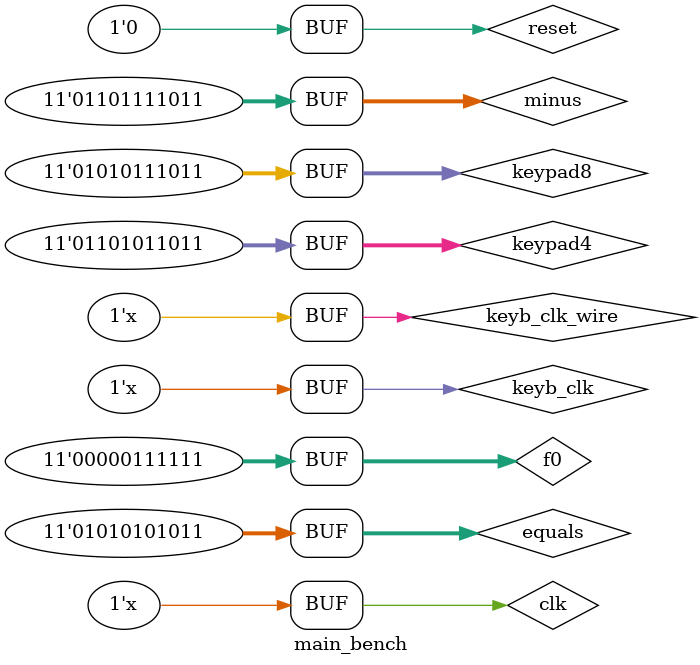
<source format=v>
module main_bench;

reg clk;
reg keyb_clk;
reg keyb_data;
reg [10:0] keypad8; //πλήκτρο keypad8
reg [10:0] keypad4; //πλήκτρο keypad4
reg [10:0] f0;
reg [10:0] minus; //πλήκτρο keypad -
reg [10:0] equals; //πλήκτρο =
reg reset;
wire[6:0] hex7;
wire[6:0] hex6;
wire[6:0] hex5;
wire[6:0] hex4;
wire[6:0] hex1;
wire[6:0] hex0;
integer i,j;

wire keyb_clk_wire = keyb_clk;

initial begin
 
 clk = 0;
 keyb_clk=0;
 #1 i=0;
 #1 j=0;
 reset = 0;
 keypad8 = 11'b01010111011;
 keypad4 = 11'b01101011011;
 f0 = 11'b00000111111;
 minus = 11'b01101111011;
 equals = 11'b01010101011;
 //αρχικοποίηση του κυκλώματος
 #3 reset =1;
 #3 reset = 0;
 
 
end

//instantiate το κύκλωμα
main m(clk, reset, keyb_clk_wire, keyb_data, hex7, hex6, hex5, hex4, hex1, hex0);


always begin
  #5 clk = ~clk;
end

always begin
  #50 keyb_clk =~keyb_clk;
end


always @(negedge keyb_clk) begin
   //j==0: στέλνουμε scan code (πχ keypad4)
   if (j==0) begin
       keyb_data = keypad4[10-i];
       i=i+1;
       if (i==11) begin
          i=0;
          j=j+1;
       end
   end
   //j==1: στέλνουμε scan code του f0
   else if (j==1) begin
       keyb_data = f0[10-i];
       i=i+1;
       if (i==11) begin
          i=0;
          j=j+1;
       end
   end
    //j==2: στέλνουμε scan code του keypad4 ξανά
   else if (j==2) begin
       keyb_data = keypad4[10-i];
       i=i+1;
       if (i==11) begin
          i=0;
          j=j+1;
       end
   end
   //j=3: στέλνουμε scan code keypad-
   else if (j==3) begin
       keyb_data = minus[10-i];
       i=i+1;
       if (i==11) begin
          i=0;
          j=j+1;
       end
   end

   //j=4: στέλνουμε scan code f0
   else if (j==4) begin
       keyb_data = f0[10-i];
       i=i+1;
       if (i==11) begin
          i=0;
          j=j+1;
       end
   end
   //j=5: στέλνουμε scan code keypad- ξανά
   else if (j==5) begin
       keyb_data = minus[10-i];
       i=i+1;
       if (i==11) begin
          i=0;
          j=j+1;
       end
   end
   //j=6: στέλνουμε scan code του δεύτερου αριθμού (keypad8)
   else if (j==6) begin
       keyb_data = keypad8[10-i];
       i=i+1;
       if (i==11) begin
          i=0;
          j=j+1;
       end
   end

   //j=7: στέλνουμε scan code tou f0
   else if (j==7) begin
       keyb_data = f0[10-i];
       i=i+1;
       if (i==11) begin
          i=0;
          j=j+1;
       end
   end

//j=8: στέλνουμε scan code keypad8 ξανά
   else if (j==8) begin
       keyb_data = keypad8[10-i];
       i=i+1;
       if (i==11) begin
          i=0;
          j=j+1;
       end
   end

 //j=9: στέλνουμε scan code tou =
   else if (j==9) begin
       keyb_data = equals[10-i];
       i=i+1;
       if (i==11) begin
          i=0;
          j=j+1;
       end
   end
 //j=10: στέλνουμε scan code tou f0
   else if (j==10) begin
       keyb_data = f0[10-i];
       i=i+1;
       if (i==11) begin
          i=0;
          j=j+1;
       end
   end

 //j=11: στέλνουμε scan code tou = ξανά
   else if (j==11) begin
       keyb_data = equals[10-i];
       i=i+1;
       if (i==11) begin
          i=0;
          j=j+1;
       end
   end

end

endmodule

</source>
